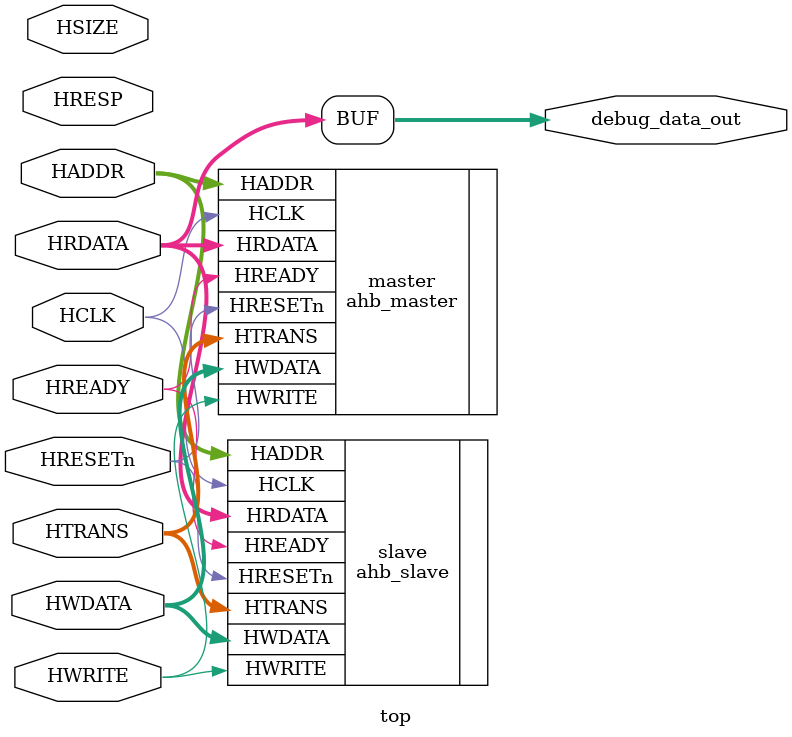
<source format=v>
`timescale 1ns / 1ps


module top (
    input wire HCLK,
    input wire HRESETn,
    // Bus signals
    input wire [31:0] HADDR,
    input wire [1:0]  HTRANS,
    input wire        HWRITE,
    input wire [2:0]  HSIZE,
    input wire [31:0] HWDATA,
    input wire [31:0] HRDATA,
    input wire        HREADY,
    input wire [1:0]  HRESP,
    output wire [31:0] debug_data_out
);
    assign debug_data_out = HRDATA;
    
    // Instantiate AHB Master
    ahb_master master (
        .HCLK(HCLK),
        .HRESETn(HRESETn),
        .HADDR(HADDR),
        .HTRANS(HTRANS),
        .HWRITE(HWRITE),
        .HWDATA(HWDATA),
        .HRDATA(HRDATA),
        .HREADY(HREADY)

    );

    // Instantiate AHB Slave
    ahb_slave slave (
        .HCLK(HCLK),
        .HRESETn(HRESETn),
        .HADDR(HADDR),
        .HTRANS(HTRANS),
        .HWRITE(HWRITE),
        .HWDATA(HWDATA),
        .HRDATA(HRDATA),
        .HREADY(HREADY)
    );

endmodule
</source>
